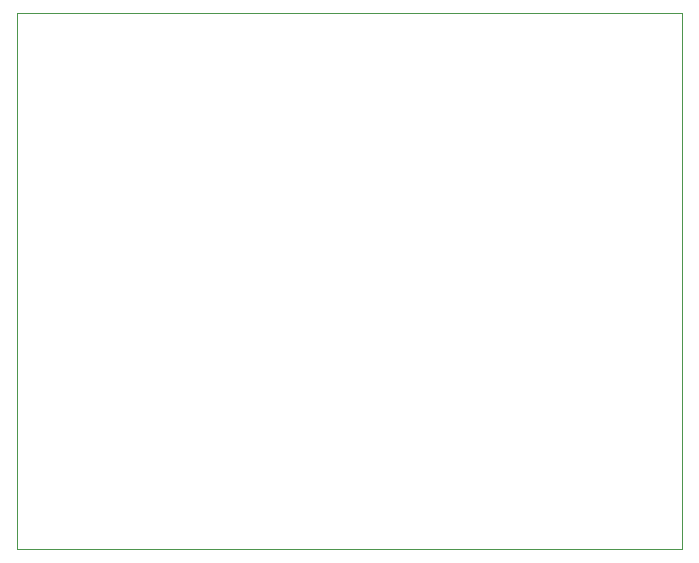
<source format=gbr>
G04 #@! TF.GenerationSoftware,KiCad,Pcbnew,(5.1.5)-2*
G04 #@! TF.CreationDate,2021-05-19T15:06:29+02:00*
G04 #@! TF.ProjectId,Versie2,56657273-6965-4322-9e6b-696361645f70,rev?*
G04 #@! TF.SameCoordinates,Original*
G04 #@! TF.FileFunction,Profile,NP*
%FSLAX46Y46*%
G04 Gerber Fmt 4.6, Leading zero omitted, Abs format (unit mm)*
G04 Created by KiCad (PCBNEW (5.1.5)-2) date 2021-05-19 15:06:29*
%MOMM*%
%LPD*%
G04 APERTURE LIST*
%ADD10C,0.050000*%
G04 APERTURE END LIST*
D10*
X116200000Y-49400000D02*
X115400000Y-49400000D01*
X116200000Y-51100000D02*
X116200000Y-49400000D01*
X116200000Y-64300000D02*
X116200000Y-51100000D01*
X116200000Y-84800000D02*
X116200000Y-64300000D01*
X116200000Y-94800000D02*
X115400000Y-94800000D01*
X116200000Y-84800000D02*
X116200000Y-94800000D01*
X110000000Y-94800000D02*
X115400000Y-94800000D01*
X93700000Y-94800000D02*
X110000000Y-94800000D01*
X78000000Y-94800000D02*
X93700000Y-94800000D01*
X69100000Y-94800000D02*
X78000000Y-94800000D01*
X59900000Y-94800000D02*
X59900000Y-94100000D01*
X69100000Y-94800000D02*
X59900000Y-94800000D01*
X61100000Y-49400000D02*
X59900000Y-49400000D01*
X87500000Y-49400000D02*
X61100000Y-49400000D01*
X115400000Y-49400000D02*
X104300000Y-49400000D01*
X104300000Y-49400000D02*
X87500000Y-49400000D01*
X59900000Y-49400000D02*
X59900000Y-59200000D01*
X59900000Y-89700000D02*
X59900000Y-94100000D01*
X59900000Y-83200000D02*
X59900000Y-89700000D01*
X59900000Y-71400000D02*
X59900000Y-83200000D01*
X59900000Y-59200000D02*
X59900000Y-71400000D01*
M02*

</source>
